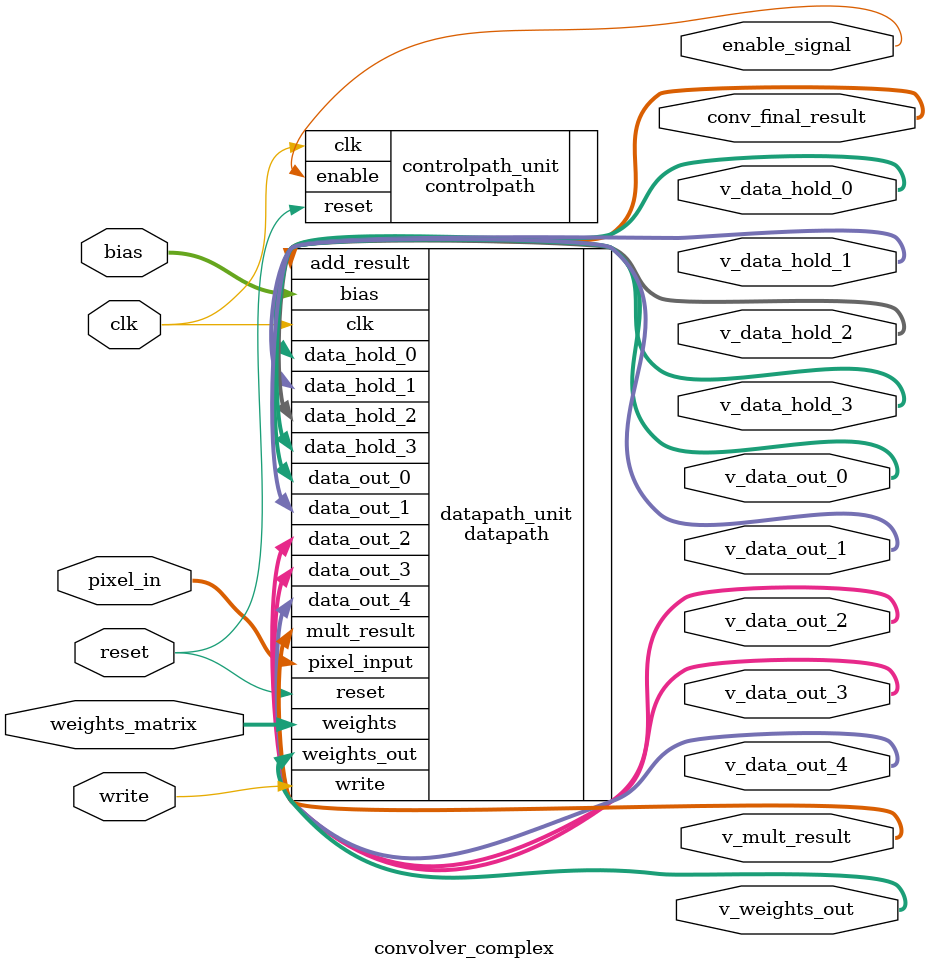
<source format=v>
`timescale 1ns / 1ps

module convolver_complex #(parameter DATA_WIDTH = 16, parameter FRAC_BIT = 8, parameter KERNEL_SIZE = 5, parameter IMAGE_SIZE = 28) (
    	input clk, reset, write,
    	input signed [(KERNEL_SIZE**2)*DATA_WIDTH - 1:0] weights_matrix,
    	input signed [DATA_WIDTH - 1:0] pixel_in,
    	input [DATA_WIDTH - 1:0] bias,
	
    	output wire [DATA_WIDTH-1:0] conv_final_result,
        output wire enable_signal,
	// outputs for verification
    	output wire signed [(KERNEL_SIZE**2)*DATA_WIDTH - 1:0] v_weights_out,
	output wire signed [ (KERNEL_SIZE*DATA_WIDTH)- 1:0] v_data_out_0,
	output wire signed [ (KERNEL_SIZE*DATA_WIDTH)- 1:0] v_data_out_1,
	output wire signed [ (KERNEL_SIZE*DATA_WIDTH)- 1:0] v_data_out_2,
	output wire signed [ (KERNEL_SIZE*DATA_WIDTH)- 1:0] v_data_out_3,
	output wire signed [ (KERNEL_SIZE*DATA_WIDTH)- 1:0] v_data_out_4,
    	output wire signed [(KERNEL_SIZE**2)*DATA_WIDTH - 1:0] v_mult_result,
        output wire signed [ ((IMAGE_SIZE-KERNEL_SIZE)*DATA_WIDTH)- 1:0] v_data_hold_0,
        output wire signed [ ((IMAGE_SIZE-KERNEL_SIZE)*DATA_WIDTH)- 1:0] v_data_hold_1,
    	output wire signed [ ((IMAGE_SIZE-KERNEL_SIZE)*DATA_WIDTH)- 1:0] v_data_hold_2,
    	output wire signed [ ((IMAGE_SIZE-KERNEL_SIZE)*DATA_WIDTH)- 1:0] v_data_hold_3
    );

    datapath #(.DATA_WIDTH(DATA_WIDTH),.KERNEL_SIZE(KERNEL_SIZE), .FRAC_BIT(FRAC_BIT), .IMAGE_SIZE(IMAGE_SIZE)) datapath_unit (
        .clk(clk),
        .reset(reset),
	.write(write),
        .bias(bias),
        .weights(weights_matrix),
        .pixel_input(pixel_in),
        .add_result(conv_final_result),
        .weights_out(v_weights_out),
        .data_out_0(v_data_out_0),
        .data_out_1(v_data_out_1),
        .data_out_2(v_data_out_2),
        .data_out_3(v_data_out_3),
        .data_out_4(v_data_out_4),
        .mult_result(v_mult_result),
        .data_hold_0(v_data_hold_0),
        .data_hold_1(v_data_hold_1),
        .data_hold_2(v_data_hold_2),
        .data_hold_3(v_data_hold_3)
    );
        
    controlpath #(.KERNEL_SIZE(KERNEL_SIZE), .DATA_WIDTH(DATA_WIDTH), .IMAGE_SIZE(IMAGE_SIZE)) controlpath_unit (
        .clk(clk),
        .reset(reset),
        .enable(enable_signal)
    ); 
     
endmodule

</source>
